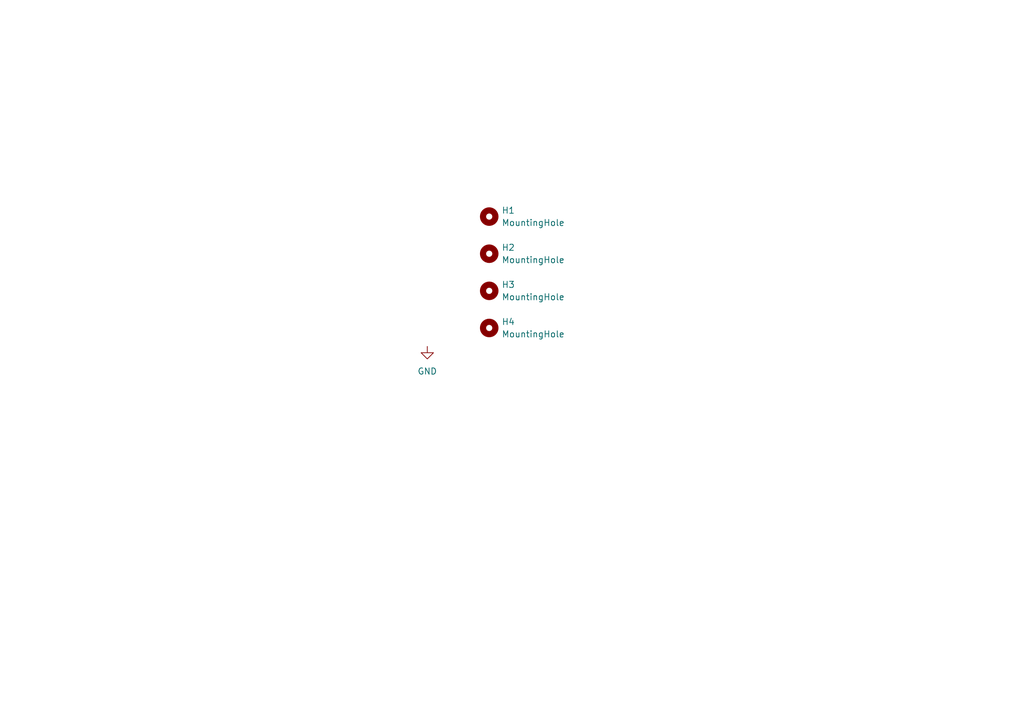
<source format=kicad_sch>
(kicad_sch (version 20250114) (generator "eeschema") (generator_version "9.0")
  (paper "A5")
  (lib_symbols
    (symbol "Mechanical:MountingHole" (pin_names (offset 1.016)) (in_bom no)
      (property "Reference" "H" (at 0 5.08 0))
      (property "Value" "MountingHole" (at 0 3.175 0))
      (symbol "MountingHole_0_1"
        (circle (center 0 0) (radius 1.27) (stroke (width 1.27)))
      )
    )
    (symbol "power:GND" (power) (pin_numbers (hide yes)) (pin_names (offset 0) (hide yes))
      (property "Value" "GND" (at 0 -3.81 0))
      (symbol "GND_0_1"
        (polyline (pts (xy 0 0) (xy 0 -1.27) (xy 1.27 -1.27) (xy 0 -2.54) (xy -1.27 -1.27) (xy 0 -1.27)))
      )
      (symbol "GND_1_1"
        (pin power_in line (at 0 0 270) (length 0) (name "~") (number "1"))
      )
    )
  )
  (symbol (lib_id "Mechanical:MountingHole") (at 100.33 44.45 0) (unit 1) (in_bom no)
    (property "Reference" "H1" (at 102.87 43.1799 0) (effects (justify left)))
    (property "Value" "MountingHole" (at 102.87 45.7199 0) (effects (justify left)))
    (property "Footprint" "MountingHole:MountingHole_6.4mm_M6" (effects (hide yes)))
    (property "Description" "Mounting Hole without connection" (effects (hide yes)))
  )
  (symbol (lib_id "Mechanical:MountingHole") (at 100.33 52.07 0) (unit 1) (in_bom no)
    (property "Reference" "H2" (at 102.87 50.7999 0) (effects (justify left)))
    (property "Value" "MountingHole" (at 102.87 53.3399 0) (effects (justify left)))
    (property "Footprint" "MountingHole:MountingHole_6.4mm_M6" (effects (hide yes)))
    (property "Description" "Mounting Hole without connection" (effects (hide yes)))
  )
  (symbol (lib_id "Mechanical:MountingHole") (at 100.33 67.31 0) (unit 1) (in_bom no)
    (property "Reference" "H4" (at 102.87 66.0399 0) (effects (justify left)))
    (property "Value" "MountingHole" (at 102.87 68.5799 0) (effects (justify left)))
    (property "Footprint" "MountingHole:MountingHole_6.4mm_M6" (effects (hide yes)))
    (property "Description" "Mounting Hole without connection" (effects (hide yes)))
  )
  (symbol (lib_id "power:GND") (at 87.63 71.12 0) (unit 1)
    (property "Reference" "#PWR057" (effects (hide yes)))
    (property "Value" "GND" (at 87.63 76.2 0))
    (property "Description" "Power symbol creates a global label with name \"GND\" , ground" (effects (hide yes)))
  )
  (symbol (lib_id "Mechanical:MountingHole") (at 100.33 59.69 0) (unit 1) (in_bom no)
    (property "Reference" "H3" (at 102.87 58.4199 0) (effects (justify left)))
    (property "Value" "MountingHole" (at 102.87 60.9599 0) (effects (justify left)))
    (property "Footprint" "MountingHole:MountingHole_6.4mm_M6" (effects (hide yes)))
    (property "Description" "Mounting Hole without connection" (effects (hide yes)))
  )
)
</source>
